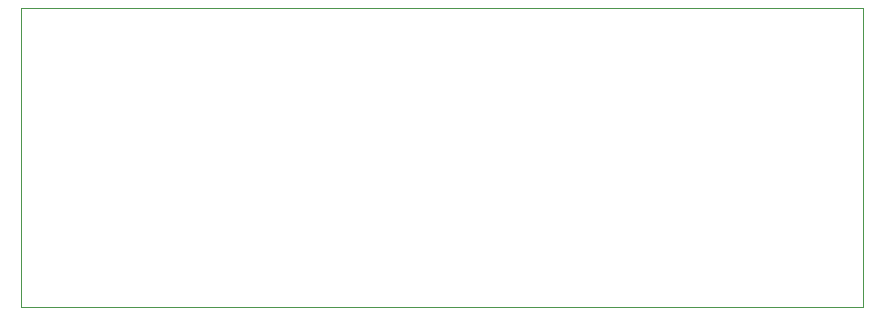
<source format=gbr>
%TF.GenerationSoftware,KiCad,Pcbnew,8.0.2*%
%TF.CreationDate,2024-06-20T13:36:58+03:00*%
%TF.ProjectId,r_le,72f66c65-2e6b-4696-9361-645f70636258,rev?*%
%TF.SameCoordinates,Original*%
%TF.FileFunction,Profile,NP*%
%FSLAX46Y46*%
G04 Gerber Fmt 4.6, Leading zero omitted, Abs format (unit mm)*
G04 Created by KiCad (PCBNEW 8.0.2) date 2024-06-20 13:36:58*
%MOMM*%
%LPD*%
G01*
G04 APERTURE LIST*
%TA.AperFunction,Profile*%
%ADD10C,0.050000*%
%TD*%
G04 APERTURE END LIST*
D10*
X-25400Y25298400D02*
X71272400Y25298400D01*
X71272400Y-50800D01*
X-25400Y-50800D01*
X-25400Y25298400D01*
M02*

</source>
